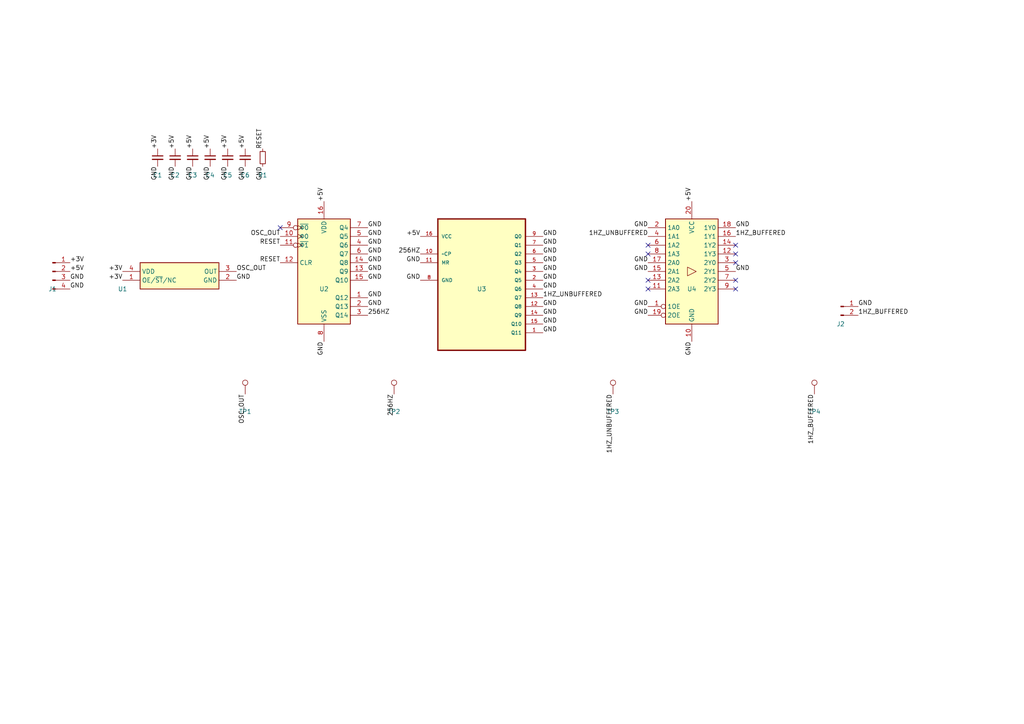
<source format=kicad_sch>
(kicad_sch (version 20250114) (generator "typecad") (generator_version "0.1.0")
  (paper "A4")
  (lib_symbols
    (symbol "SiT8008BI-82-30E-4_194304:SiT8008BI-82-30E-4.194304"
      (property "Reference" "Y" (at 29.21 7.62 0))
      (property "Value" "SiT8008BI-82-30E-4.194304" (at 29.21 5.08 0))
      (rectangle (start 5.08 2.54) (end 27.94 -5.08) (stroke (width 0.254)) (fill (type background)))
      (pin passive line (at 0 -2.54 0) (length 5.08) (name "OE/~{ST}/NC") (number "1"))
      (pin passive line (at 33.02 -2.54 180) (length 5.08) (name "GND") (number "2"))
      (pin passive line (at 33.02 0 180) (length 5.08) (name "OUT") (number "3"))
      (pin passive line (at 0 0 0) (length 5.08) (name "VDD") (number "4"))
    )
    (symbol "74xx:74HC4060"
      (property "Reference" "U" (at 5.08 16.51 0))
      (property "Value" "74HC4060" (at 7.62 -16.51 0))
      (symbol "74HC4060_1_0"
        (pin input inverted_clock (at -12.7 12.7 0) (length 5.08) (name "~{Φ0}") (number "9"))
        (pin input clock (at -12.7 10.16 0) (length 5.08) (name "Φ0") (number "10"))
        (pin input inverted_clock (at -12.7 7.62 0) (length 5.08) (name "~{Φ1}") (number "11"))
        (pin input line (at -12.7 2.54 0) (length 5.08) (name "CLR") (number "12"))
        (pin power_in line (at 0 20.32 270) (length 5.08) (name "VDD") (number "16"))
        (pin power_in line (at 0 -20.32 90) (length 5.08) (name "VSS") (number "8"))
        (pin output line (at 12.7 12.7 180) (length 5.08) (name "Q4") (number "7"))
        (pin output line (at 12.7 10.16 180) (length 5.08) (name "Q5") (number "5"))
        (pin output line (at 12.7 7.62 180) (length 5.08) (name "Q6") (number "4"))
        (pin output line (at 12.7 5.08 180) (length 5.08) (name "Q7") (number "6"))
        (pin output line (at 12.7 2.54 180) (length 5.08) (name "Q8") (number "14"))
        (pin output line (at 12.7 0 180) (length 5.08) (name "Q9") (number "13"))
        (pin output line (at 12.7 -2.54 180) (length 5.08) (name "Q10") (number "15"))
        (pin output line (at 12.7 -7.62 180) (length 5.08) (name "Q12") (number "1"))
        (pin output line (at 12.7 -10.16 180) (length 5.08) (name "Q13") (number "2"))
        (pin output line (at 12.7 -12.7 180) (length 5.08) (name "Q14") (number "3"))
      )
      (symbol "74HC4060_1_1"
        (rectangle (start -7.62 15.24) (end 7.62 -15.24) (stroke (width 0.254)) (fill (type background)))
      )
    )
    (symbol "74HC4040N_652:74HC4040N_652" (pin_names (offset 1.016))
      (property "Reference" "U" (at -4.9784 17.5768 0.0))
      (property "Value" "74HC4040N_652" (at -3.9624 -27.7114 0.0))
      (symbol "74HC4040N_652_0_0"
        (rectangle (start -12.7 -22.86) (end 12.7 15.24) (stroke (width 0.4064)) (fill (type background)))
        (pin power_in line (at -17.78 10.16 0) (length 5.08) (name "VCC") (number "16"))
        (pin input line (at -17.78 5.08 0) (length 5.08) (name "~CP") (number "10"))
        (pin input line (at -17.78 2.54 0) (length 5.08) (name "MR") (number "11"))
        (pin passive line (at -17.78 -2.54 0) (length 5.08) (name "GND") (number "8"))
        (pin output line (at 17.78 10.16 180.0) (length 5.08) (name "Q0") (number "9"))
        (pin output line (at 17.78 7.62 180.0) (length 5.08) (name "Q1") (number "7"))
        (pin output line (at 17.78 5.08 180.0) (length 5.08) (name "Q2") (number "6"))
        (pin output line (at 17.78 2.54 180.0) (length 5.08) (name "Q3") (number "5"))
        (pin output line (at 17.78 0.0 180.0) (length 5.08) (name "Q4") (number "3"))
        (pin output line (at 17.78 -2.54 180.0) (length 5.08) (name "Q5") (number "2"))
        (pin output line (at 17.78 -5.08 180.0) (length 5.08) (name "Q6") (number "4"))
        (pin output line (at 17.78 -7.62 180.0) (length 5.08) (name "Q7") (number "13"))
        (pin output line (at 17.78 -10.16 180.0) (length 5.08) (name "Q8") (number "12"))
        (pin output line (at 17.78 -12.7 180.0) (length 5.08) (name "Q9") (number "14"))
        (pin output line (at 17.78 -15.24 180.0) (length 5.08) (name "Q10") (number "15"))
        (pin output line (at 17.78 -17.78 180.0) (length 5.08) (name "Q11") (number "1"))
      )
    )
    (symbol "74xx:74HC244"
      (property "Reference" "U" (at -7.62 16.51 0))
      (property "Value" "74HC244" (at -7.62 -16.51 0))
      (symbol "74HC244_1_0"
        (polyline (pts (xy 1.27 0) (xy -1.27 1.27) (xy -1.27 -1.27) (xy 1.27 0)) (stroke (width 0.1524)))
        (pin input line (at -12.7 12.7 0) (length 5.08) (name "1A0") (number "2"))
        (pin input line (at -12.7 10.16 0) (length 5.08) (name "1A1") (number "4"))
        (pin input line (at -12.7 7.62 0) (length 5.08) (name "1A2") (number "6"))
        (pin input line (at -12.7 5.08 0) (length 5.08) (name "1A3") (number "8"))
        (pin input line (at -12.7 2.54 0) (length 5.08) (name "2A0") (number "17"))
        (pin input line (at -12.7 0 0) (length 5.08) (name "2A1") (number "15"))
        (pin input line (at -12.7 -2.54 0) (length 5.08) (name "2A2") (number "13"))
        (pin input line (at -12.7 -5.08 0) (length 5.08) (name "2A3") (number "11"))
        (pin input inverted (at -12.7 -10.16 0) (length 5.08) (name "1OE") (number "1"))
        (pin input inverted (at -12.7 -12.7 0) (length 5.08) (name "2OE") (number "19"))
        (pin power_in line (at 0 20.32 270) (length 5.08) (name "VCC") (number "20"))
        (pin power_in line (at 0 -20.32 90) (length 5.08) (name "GND") (number "10"))
        (pin tri_state line (at 12.7 12.7 180) (length 5.08) (name "1Y0") (number "18"))
        (pin tri_state line (at 12.7 10.16 180) (length 5.08) (name "1Y1") (number "16"))
        (pin tri_state line (at 12.7 7.62 180) (length 5.08) (name "1Y2") (number "14"))
        (pin tri_state line (at 12.7 5.08 180) (length 5.08) (name "1Y3") (number "12"))
        (pin tri_state line (at 12.7 2.54 180) (length 5.08) (name "2Y0") (number "3"))
        (pin tri_state line (at 12.7 0 180) (length 5.08) (name "2Y1") (number "5"))
        (pin tri_state line (at 12.7 -2.54 180) (length 5.08) (name "2Y2") (number "7"))
        (pin tri_state line (at 12.7 -5.08 180) (length 5.08) (name "2Y3") (number "9"))
      )
      (symbol "74HC244_1_1"
        (rectangle (start -7.62 15.24) (end 7.62 -15.24) (stroke (width 0.254)) (fill (type background)))
      )
    )
    (symbol "Device:C_Small" (pin_numbers (hide yes)) (pin_names (offset 0.254) (hide yes))
      (property "Reference" "C" (at 0.254 1.778 0))
      (property "Value" "C_Small" (at 0.254 -2.032 0))
      (symbol "C_Small_0_1"
        (polyline (pts (xy -1.524 0.508) (xy 1.524 0.508)) (stroke (width 0.3048)))
        (polyline (pts (xy -1.524 -0.508) (xy 1.524 -0.508)) (stroke (width 0.3302)))
      )
      (symbol "C_Small_1_1"
        (pin passive line (at 0 2.54 270) (length 2.032) (name "~") (number "1"))
        (pin passive line (at 0 -2.54 90) (length 2.032) (name "~") (number "2"))
      )
    )
    (symbol "Device:R_Small" (pin_numbers (hide yes)) (pin_names (offset 0.254) (hide yes))
      (property "Reference" "R" (at 0 0 90))
      (property "Value" "R_Small" (at 1.778 0 90))
      (symbol "R_Small_0_1"
        (rectangle (start -0.762 1.778) (end 0.762 -1.778) (stroke (width 0.2032)))
      )
      (symbol "R_Small_1_1"
        (pin passive line (at 0 2.54 270) (length 0.762) (name "~") (number "1"))
        (pin passive line (at 0 -2.54 90) (length 0.762) (name "~") (number "2"))
      )
    )
    (symbol "Connector:Conn_01x04_Pin" (pin_names (offset 1.016) (hide yes))
      (property "Reference" "J" (at 0 5.08 0))
      (property "Value" "Conn_01x04_Pin" (at 0 -7.62 0))
      (symbol "Conn_01x04_Pin_1_1"
        (rectangle (start 0.8636 2.667) (end 0 2.413) (stroke (width 0.1524)) (fill (type outline)))
        (rectangle (start 0.8636 0.127) (end 0 -0.127) (stroke (width 0.1524)) (fill (type outline)))
        (rectangle (start 0.8636 -2.413) (end 0 -2.667) (stroke (width 0.1524)) (fill (type outline)))
        (rectangle (start 0.8636 -4.953) (end 0 -5.207) (stroke (width 0.1524)) (fill (type outline)))
        (polyline (pts (xy 1.27 2.54) (xy 0.8636 2.54)) (stroke (width 0.1524)))
        (polyline (pts (xy 1.27 0) (xy 0.8636 0)) (stroke (width 0.1524)))
        (polyline (pts (xy 1.27 -2.54) (xy 0.8636 -2.54)) (stroke (width 0.1524)))
        (polyline (pts (xy 1.27 -5.08) (xy 0.8636 -5.08)) (stroke (width 0.1524)))
        (pin passive line (at 5.08 2.54 180) (length 3.81) (name "Pin_1") (number "1"))
        (pin passive line (at 5.08 0 180) (length 3.81) (name "Pin_2") (number "2"))
        (pin passive line (at 5.08 -2.54 180) (length 3.81) (name "Pin_3") (number "3"))
        (pin passive line (at 5.08 -5.08 180) (length 3.81) (name "Pin_4") (number "4"))
      )
    )
    (symbol "Connector:Conn_01x02_Pin" (pin_names (offset 1.016) (hide yes))
      (property "Reference" "J" (at 0 2.54 0))
      (property "Value" "Conn_01x02_Pin" (at 0 -5.08 0))
      (symbol "Conn_01x02_Pin_1_1"
        (rectangle (start 0.8636 0.127) (end 0 -0.127) (stroke (width 0.1524)) (fill (type outline)))
        (rectangle (start 0.8636 -2.413) (end 0 -2.667) (stroke (width 0.1524)) (fill (type outline)))
        (polyline (pts (xy 1.27 0) (xy 0.8636 0)) (stroke (width 0.1524)))
        (polyline (pts (xy 1.27 -2.54) (xy 0.8636 -2.54)) (stroke (width 0.1524)))
        (pin passive line (at 5.08 0 180) (length 3.81) (name "Pin_1") (number "1"))
        (pin passive line (at 5.08 -2.54 180) (length 3.81) (name "Pin_2") (number "2"))
      )
    )
    (symbol "Connector:TestPoint" (pin_numbers (hide yes)) (pin_names (offset 0.762) (hide yes))
      (property "Reference" "TP" (at 0 6.858 0))
      (property "Value" "TestPoint" (at 0 5.08 0))
      (symbol "TestPoint_0_1"
        (circle (center 0 3.302) (radius 0.762))
      )
      (symbol "TestPoint_1_1"
        (pin passive line (at 0 0 90) (length 2.54) (name "1") (number "1"))
      )
    )
  )
  (label "+3V" (at 35.56 81.28 180))
  (label "+3V" (at 35.56 78.74 180))
  (label "+3V" (at 20.32 76.19999999999999 0))
  (label "+3V" (at 45.72 43.18 90))
  (label "+3V" (at 66.04 43.18 90))
  (label "+5V" (at 93.98 58.419999999999995 90))
  (label "+5V" (at 121.91999999999999 68.58 180))
  (label "+5V" (at 200.66 58.419999999999995 90))
  (label "+5V" (at 20.32 78.74 0))
  (label "+5V" (at 50.8 43.18 90))
  (label "+5V" (at 55.88 43.18 90))
  (label "+5V" (at 60.96 43.18 90))
  (label "+5V" (at 71.12 43.18 90))
  (label "GND" (at 68.58000000000001 81.28 0))
  (label "GND" (at 93.98 99.06 270))
  (label "GND" (at 121.91999999999999 81.28 180))
  (label "GND" (at 200.66 99.06 270))
  (label "GND" (at 20.32 81.28 0))
  (label "GND" (at 20.32 83.82 0))
  (label "GND" (at 248.92000000000002 88.9 0))
  (label "GND" (at 76.2 48.26 270))
  (label "GND" (at 106.68 86.36 0))
  (label "GND" (at 106.68 88.89999999999999 0))
  (label "GND" (at 106.68 71.11999999999999 0))
  (label "GND" (at 106.68 68.58 0))
  (label "GND" (at 106.68 73.66 0))
  (label "GND" (at 106.68 66.03999999999999 0))
  (label "GND" (at 106.68 78.74 0))
  (label "GND" (at 106.68 76.19999999999999 0))
  (label "GND" (at 106.68 81.28 0))
  (label "GND" (at 121.91999999999999 76.19999999999999 180))
  (label "GND" (at 157.48 96.52 0))
  (label "GND" (at 157.48 81.28 0))
  (label "GND" (at 157.48 78.74 0))
  (label "GND" (at 157.48 83.82 0))
  (label "GND" (at 157.48 76.19999999999999 0))
  (label "GND" (at 157.48 73.66 0))
  (label "GND" (at 157.48 71.11999999999999 0))
  (label "GND" (at 157.48 68.58 0))
  (label "GND" (at 157.48 88.89999999999999 0))
  (label "GND" (at 157.48 91.44 0))
  (label "GND" (at 157.48 93.97999999999999 0))
  (label "GND" (at 187.96 88.89999999999999 180))
  (label "GND" (at 187.96 91.44 180))
  (label "GND" (at 187.96 66.03999999999999 180))
  (label "GND" (at 213.35999999999999 78.74 0))
  (label "GND" (at 187.96 78.74 180))
  (label "GND" (at 187.96 76.19999999999999 180))
  (label "GND" (at 213.35999999999999 66.03999999999999 0))
  (label "GND" (at 45.72 48.26 270))
  (label "GND" (at 50.8 48.26 270))
  (label "GND" (at 55.88 48.26 270))
  (label "GND" (at 60.96 48.26 270))
  (label "GND" (at 66.04 48.26 270))
  (label "GND" (at 71.12 48.26 270))
  (label "OSC_OUT" (at 68.58000000000001 78.74 0))
  (label "OSC_OUT" (at 81.28 68.58 180))
  (label "OSC_OUT" (at 71.12 114.3 270))
  (label "RESET" (at 81.28 71.11999999999999 180))
  (label "RESET" (at 81.28 76.19999999999999 180))
  (label "RESET" (at 76.2 43.18 90))
  (label "256HZ" (at 106.68 91.44 0))
  (label "256HZ" (at 121.91999999999999 73.66 180))
  (label "256HZ" (at 114.3 114.3 270))
  (label "1HZ_UNBUFFERED" (at 157.48 86.36 0))
  (label "1HZ_UNBUFFERED" (at 177.8 114.3 270))
  (label "1HZ_UNBUFFERED" (at 187.96 68.58 180))
  (label "1HZ_BUFFERED" (at 213.35999999999999 68.58 0))
  (label "1HZ_BUFFERED" (at 248.92000000000002 91.44000000000001 0))
  (label "1HZ_BUFFERED" (at 236.22 114.3 270))
  (no_connect (at 81.28 66.03999999999999))
  (no_connect (at 213.35999999999999 76.19999999999999))
  (no_connect (at 187.96 71.11999999999999))
  (no_connect (at 213.35999999999999 81.28))
  (no_connect (at 187.96 73.66))
  (no_connect (at 213.35999999999999 83.82))
  (no_connect (at 187.96 83.82))
  (no_connect (at 213.35999999999999 73.66))
  (no_connect (at 187.96 81.28))
  (no_connect (at 213.35999999999999 71.11999999999999))
  (symbol (lib_id "SiT8008BI-82-30E-4_194304:SiT8008BI-82-30E-4.194304") (at 35.56 78.74 0)
    (property "Reference" "U1" (at 35.56 83.82 0))
    (property "Value" "SIT8008BI-82-30E-4.194304" (effects (hide yes)))
    (property "Footprint" "lib:QFN_7050_4pins" (effects (hide yes)))
  )
  (symbol (lib_id "74xx:74HC4060") (at 93.98 78.74 0)
    (property "Reference" "U2" (at 93.98 83.82 0))
    (property "Value" "74HC4060N" (effects (hide yes)))
    (property "Footprint" "Package_DIP:DIP-16_W7.62mm" (effects (hide yes)))
  )
  (symbol (lib_id "74HC4040N_652:74HC4040N_652") (at 139.7 78.74 0)
    (property "Reference" "U3" (at 139.7 83.82 0))
    (property "Value" "74HC4040N" (effects (hide yes)))
    (property "Footprint" "Package_DIP:DIP-16_W7.62mm" (effects (hide yes)))
  )
  (symbol (lib_id "74xx:74HC244") (at 200.66 78.74 0)
    (property "Reference" "U4" (at 200.66 83.82 0))
    (property "Value" "74HC244N" (effects (hide yes)))
    (property "Footprint" "Package_DIP:DIP-20_W7.62mm" (effects (hide yes)))
  )
  (symbol (lib_id "Device:C_Small") (at 45.72 45.72 0)
    (property "Reference" "C1" (at 45.72 50.8 0))
    (property "Value" "100nF" (effects (hide yes)))
    (property "Footprint" "Capacitor_SMD:C_0603_1608Metric" (effects (hide yes)))
  )
  (symbol (lib_id "Device:C_Small") (at 50.8 45.72 0)
    (property "Reference" "C2" (at 50.8 50.8 0))
    (property "Value" "100nF" (effects (hide yes)))
    (property "Footprint" "Capacitor_SMD:C_0603_1608Metric" (effects (hide yes)))
  )
  (symbol (lib_id "Device:C_Small") (at 55.88 45.72 0)
    (property "Reference" "C3" (at 55.88 50.8 0))
    (property "Value" "100nF" (effects (hide yes)))
    (property "Footprint" "Capacitor_SMD:C_0603_1608Metric" (effects (hide yes)))
  )
  (symbol (lib_id "Device:C_Small") (at 60.96 45.72 0)
    (property "Reference" "C4" (at 60.96 50.8 0))
    (property "Value" "100nF" (effects (hide yes)))
    (property "Footprint" "Capacitor_SMD:C_0603_1608Metric" (effects (hide yes)))
  )
  (symbol (lib_id "Device:C_Small") (at 66.04 45.72 0)
    (property "Reference" "C5" (at 66.04 50.8 0))
    (property "Value" "10µF" (effects (hide yes)))
    (property "Footprint" "Capacitor_SMD:C_0603_1608Metric" (effects (hide yes)))
  )
  (symbol (lib_id "Device:C_Small") (at 71.12 45.72 0)
    (property "Reference" "C6" (at 71.12 50.8 0))
    (property "Value" "10µF" (effects (hide yes)))
    (property "Footprint" "Capacitor_SMD:C_0603_1608Metric" (effects (hide yes)))
  )
  (symbol (lib_id "Device:R_Small") (at 76.2 45.72 0)
    (property "Reference" "R1" (at 76.2 50.8 0))
    (property "Value" "10kΩ" (effects (hide yes)))
    (property "Footprint" "Resistor_SMD:R_0603_1608Metric" (effects (hide yes)))
  )
  (symbol (lib_id "Connector:Conn_01x04_Pin") (at 15.24 78.74 0)
    (property "Reference" "J1" (at 15.24 83.82 0))
    (property "Footprint" "Connector_PinHeader_2.54mm:PinHeader_1x04_P2.54mm_Vertical" (effects (hide yes)))
  )
  (symbol (lib_id "Connector:Conn_01x02_Pin") (at 243.84 88.9 0)
    (property "Reference" "J2" (at 243.84 93.98 0))
    (property "Footprint" "Connector_PinHeader_2.54mm:PinHeader_1x02_P2.54mm_Vertical" (effects (hide yes)))
  )
  (symbol (lib_id "Connector:TestPoint") (at 71.12 114.3 0)
    (property "Reference" "TP1" (at 71.12 119.38 0))
    (property "Footprint" "TestPoint:TestPoint_Pad_D1.0mm" (effects (hide yes)))
  )
  (symbol (lib_id "Connector:TestPoint") (at 114.3 114.3 0)
    (property "Reference" "TP2" (at 114.3 119.38 0))
    (property "Footprint" "TestPoint:TestPoint_Pad_D1.0mm" (effects (hide yes)))
  )
  (symbol (lib_id "Connector:TestPoint") (at 177.8 114.3 0)
    (property "Reference" "TP3" (at 177.8 119.38 0))
    (property "Footprint" "TestPoint:TestPoint_Pad_D1.0mm" (effects (hide yes)))
  )
  (symbol (lib_id "Connector:TestPoint") (at 236.22 114.3 0)
    (property "Reference" "TP4" (at 236.22 119.38 0))
    (property "Footprint" "TestPoint:TestPoint_Pad_D1.0mm" (effects (hide yes)))
  )
)
</source>
